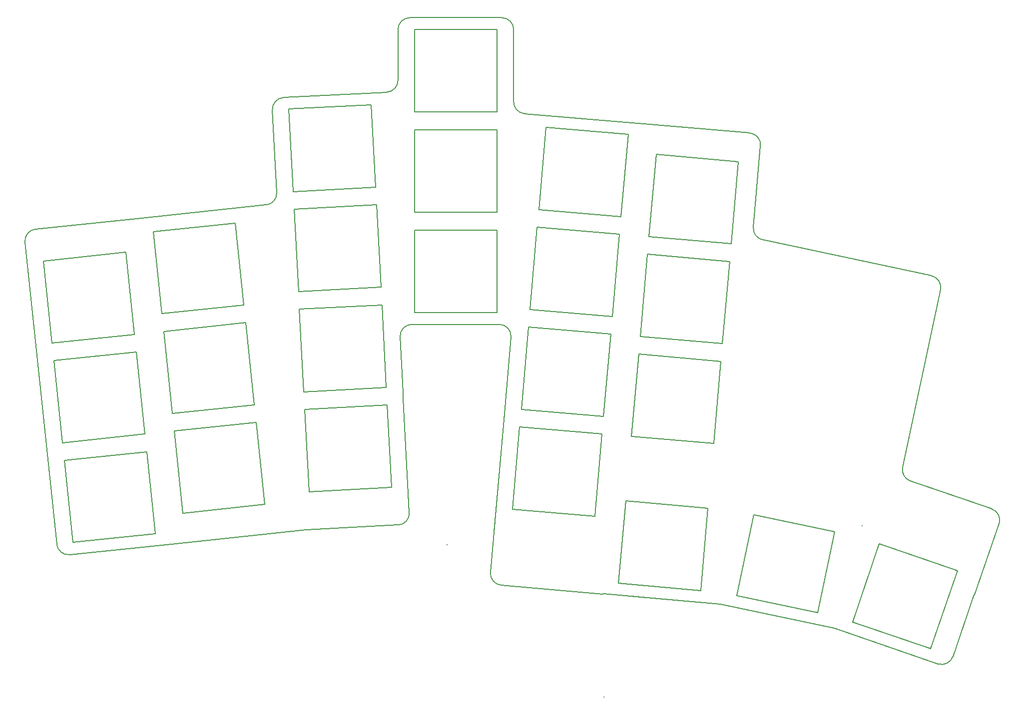
<source format=gbr>
%TF.GenerationSoftware,KiCad,Pcbnew,(6.0.7-1)-1*%
%TF.CreationDate,2022-09-15T11:20:25-04:00*%
%TF.ProjectId,skyline_pcb_bottom_plate,736b796c-696e-4655-9f70-63625f626f74,v1.0.0*%
%TF.SameCoordinates,Original*%
%TF.FileFunction,Profile,NP*%
%FSLAX46Y46*%
G04 Gerber Fmt 4.6, Leading zero omitted, Abs format (unit mm)*
G04 Created by KiCad (PCBNEW (6.0.7-1)-1) date 2022-09-15 11:20:25*
%MOMM*%
%LPD*%
G01*
G04 APERTURE LIST*
%TA.AperFunction,Profile*%
%ADD10C,0.200000*%
%TD*%
G04 APERTURE END LIST*
D10*
X168646125Y-198580516D02*
G75*
G03*
X170538710Y-196478552I-104625J1997216D01*
G01*
X192480673Y-145094852D02*
X206427398Y-146315032D01*
X170973490Y-164559990D02*
G75*
G03*
X168976231Y-166664672I10J-2000010D01*
G01*
X171420000Y-128560000D02*
X185420000Y-128560000D01*
X128904740Y-165740941D02*
X130368139Y-179664248D01*
X185420000Y-131560000D02*
X171420000Y-131560000D01*
X254160881Y-188808673D02*
G75*
G03*
X255466006Y-191115526I1956119J-415927D01*
G01*
X152641745Y-175987124D02*
X166622558Y-175254420D01*
X247255491Y-198685507D02*
X247265467Y-198656537D01*
X107174901Y-148417422D02*
G75*
G03*
X105394915Y-150615529I209099J-1989078D01*
G01*
X184287708Y-206614890D02*
G75*
G03*
X186105749Y-208781588I1992392J-174310D01*
G01*
X168976231Y-166664672D02*
X169471057Y-176106509D01*
X228857303Y-148098602D02*
X230066317Y-134279501D01*
X150862322Y-142033720D02*
X164843136Y-141301016D01*
X185420000Y-145560000D02*
X185420000Y-131560000D01*
X164843136Y-141301016D02*
X164110432Y-127320203D01*
X144291445Y-178200849D02*
X142828047Y-164277543D01*
X171420000Y-114560000D02*
X171420000Y-128560000D01*
X230066303Y-134279500D02*
G75*
G03*
X228248239Y-132112800I-1992403J174300D01*
G01*
X153171171Y-199391489D02*
G75*
G03*
X153066786Y-199399706I104429J-1993711D01*
G01*
X166724672Y-125180454D02*
G75*
G03*
X168620000Y-123183193I-104772J1997354D01*
G01*
X210312377Y-130593806D02*
X210316735Y-130543997D01*
X186553721Y-180713825D02*
X186640876Y-179717630D01*
X141051063Y-147370671D02*
X127127756Y-148834069D01*
X222134693Y-184780385D02*
X223354873Y-170833659D01*
X170620000Y-112560000D02*
G75*
G03*
X168620000Y-114560000I-100J-1999900D01*
G01*
X245649347Y-215021993D02*
X258886607Y-219579947D01*
X184891711Y-199710684D02*
X186553721Y-180713825D01*
X188220000Y-114560000D02*
G75*
G03*
X186220000Y-112560000I-2000000J0D01*
G01*
X210316735Y-130543997D02*
X228248239Y-132112800D01*
X170620000Y-112560000D02*
G75*
G03*
X168620000Y-114560000I-100J-1999900D01*
G01*
X111785808Y-184633854D02*
X125709115Y-183170456D01*
X152798753Y-178983012D02*
X153531456Y-192963826D01*
X130368139Y-179664248D02*
X144291445Y-178200849D01*
X260126486Y-222122183D02*
G75*
G03*
X262668681Y-220882220I651114J1891083D01*
G01*
X223354873Y-170833659D02*
X209408148Y-169613479D01*
X108545426Y-153803676D02*
X110008824Y-167726982D01*
X230066303Y-134279500D02*
G75*
G03*
X228248239Y-132112800I-1992403J174300D01*
G01*
X193700853Y-131148126D02*
X192480673Y-145094852D01*
X132145123Y-196571120D02*
X146068429Y-195107722D01*
X153531456Y-192963826D02*
X167512269Y-192231122D01*
X107174901Y-148417428D02*
X124380130Y-146609085D01*
X223267629Y-211988860D02*
X223266426Y-212002611D01*
X165000143Y-144296905D02*
X151019330Y-145029608D01*
X110008824Y-167726982D02*
X123932131Y-166263584D01*
X188219988Y-126828311D02*
G75*
G03*
X190045688Y-128820701I2000012J11D01*
G01*
X149226045Y-126097556D02*
G75*
G03*
X147333456Y-128199447I104655J-1997244D01*
G01*
X127127756Y-148834069D02*
X128591155Y-162757376D01*
X153171171Y-199391491D02*
X168646123Y-198580483D01*
X176896640Y-201853704D02*
X176899386Y-201906103D01*
X113562792Y-201540727D02*
X127486099Y-200077328D01*
X188220000Y-126828311D02*
X188220000Y-114560000D01*
X128591155Y-162757376D02*
X142514461Y-161293977D01*
X212371443Y-135742859D02*
X211151262Y-149689585D01*
X170973490Y-164560000D02*
X185784380Y-164560000D01*
X170620000Y-112560000D02*
X186220000Y-112560000D01*
X185420000Y-128560000D02*
X185420000Y-114560000D01*
X150129619Y-128052906D02*
X150862322Y-142033720D01*
X165732847Y-158277718D02*
X165000143Y-144296905D01*
X224836521Y-153898350D02*
X210889795Y-152678169D01*
X203342532Y-210259496D02*
X203339918Y-210289382D01*
X147333456Y-128199447D02*
X148067908Y-142213631D01*
X170620000Y-112560000D02*
X186220000Y-112560000D01*
X185420000Y-148560000D02*
X171420000Y-148560000D01*
X112099393Y-187617420D02*
X113562792Y-201540727D01*
X209669615Y-166624895D02*
X223616341Y-167845075D01*
X166779566Y-178250309D02*
X152798753Y-178983012D01*
X190999025Y-162030162D02*
X204945751Y-163250342D01*
X266282488Y-210386963D02*
X266377039Y-210419520D01*
X254160848Y-188808666D02*
X260565211Y-158678504D01*
X186640876Y-179717630D02*
X187776770Y-166734311D01*
X169523393Y-177105139D02*
X170538710Y-196478552D01*
X207229254Y-194518347D02*
X206009074Y-208465072D01*
X112976231Y-203613393D02*
X130181460Y-201805051D01*
X219955799Y-209685253D02*
X221175980Y-195738527D01*
X210889795Y-152678169D02*
X209669615Y-166624895D01*
X186105749Y-208781588D02*
X203339918Y-210289382D01*
X142514461Y-161293977D02*
X141051063Y-147370671D01*
X203342532Y-210259496D02*
X223266426Y-212002611D01*
X110778115Y-201833408D02*
G75*
G03*
X112976231Y-203613393I1989085J209108D01*
G01*
X206427398Y-146315032D02*
X207647579Y-132368306D01*
X142828047Y-164277543D02*
X128904740Y-165740941D01*
X170973490Y-164559990D02*
G75*
G03*
X168976231Y-166664672I10J-2000010D01*
G01*
X105394915Y-150615529D02*
X110778131Y-201833406D01*
X258886607Y-219579947D02*
X263444561Y-206342687D01*
X125709115Y-183170456D02*
X124245716Y-169247149D01*
X260565181Y-158678498D02*
G75*
G03*
X259024739Y-156306385I-1956181J415898D01*
G01*
X124380131Y-146609085D02*
X146279706Y-144307347D01*
X207647579Y-132368306D02*
X193700853Y-131148126D01*
X167512269Y-192231122D02*
X166779566Y-178250309D01*
X239723796Y-213442045D02*
X242634559Y-199747978D01*
X168976231Y-166664672D02*
X169471057Y-176106509D01*
X105394915Y-150615529D02*
X110778131Y-201833406D01*
X230066317Y-134279501D02*
X229194760Y-144241448D01*
X147333456Y-128199447D02*
X148067908Y-142213631D01*
X130181460Y-201805051D02*
X153066786Y-199399706D01*
X210316735Y-130543997D02*
X228248239Y-132112800D01*
X168620000Y-123183193D02*
X168620000Y-114560000D01*
X223616341Y-167845075D02*
X224836521Y-153898350D01*
X189255910Y-181954055D02*
X188035730Y-195900781D01*
X169523393Y-177105139D02*
X170538710Y-196478552D01*
X146068429Y-195107722D02*
X144605031Y-181184415D01*
X123932131Y-166263584D02*
X122468732Y-152340277D01*
X269271854Y-195869261D02*
X255466006Y-191115526D01*
X262668681Y-220882220D02*
X266282488Y-210386963D01*
X110322410Y-170710548D02*
X111785808Y-184633854D01*
X250207301Y-201784733D02*
X245649347Y-215021993D01*
X171420000Y-148560000D02*
X171420000Y-162560000D01*
X110778115Y-201833408D02*
G75*
G03*
X112976231Y-203613393I1989085J209108D01*
G01*
X203202636Y-183174236D02*
X189255910Y-181954055D01*
X187776789Y-166734313D02*
G75*
G03*
X185784380Y-164560000I-1992389J174313D01*
G01*
X210312377Y-130593806D02*
X210316735Y-130543997D01*
X188220080Y-126828311D02*
G75*
G03*
X190045688Y-128820701I2000020J11D01*
G01*
X186640876Y-179717630D02*
X187776770Y-166734311D01*
X149226043Y-126097516D02*
X166724672Y-125180452D01*
X203511948Y-227706968D02*
G75*
G03*
X203505492Y-227813288I1992152J-174332D01*
G01*
X242797790Y-216155364D02*
G75*
G03*
X242562477Y-216090106I-651390J-1891936D01*
G01*
X185420000Y-162560000D02*
X185420000Y-148560000D01*
X230433869Y-150229208D02*
X259024739Y-156306385D01*
X146279710Y-144307387D02*
G75*
G03*
X148067908Y-142213632I-209110J1989087D01*
G01*
X130181460Y-201805051D02*
X153066786Y-199399706D01*
X209408148Y-169613479D02*
X208187967Y-183560205D01*
X166724672Y-125180454D02*
G75*
G03*
X168620000Y-123183193I-104772J1997354D01*
G01*
X144605031Y-181184415D02*
X130681724Y-182647813D01*
X124380131Y-146609085D02*
X146279706Y-144307347D01*
X207017909Y-210581050D02*
X223266426Y-212002611D01*
X165889855Y-161273607D02*
X151909041Y-162006310D01*
X184287671Y-206614887D02*
X186553721Y-180713825D01*
X168646125Y-198580516D02*
G75*
G03*
X170538710Y-196478552I-104625J1997216D01*
G01*
X153171171Y-199391491D02*
X168646123Y-198580483D01*
X107174901Y-148417428D02*
X124380130Y-146609085D01*
X211151262Y-149689585D02*
X225097988Y-150909766D01*
X187776798Y-166734313D02*
G75*
G03*
X185784380Y-164560000I-1992498J174213D01*
G01*
X124245716Y-169247149D02*
X110322410Y-170710548D01*
X164110432Y-127320203D02*
X150129619Y-128052906D01*
X242634559Y-199747978D02*
X228940493Y-196837215D01*
X171420000Y-131560000D02*
X171420000Y-145560000D01*
X153171171Y-199391490D02*
G75*
G03*
X153066786Y-199399706I104629J-1996510D01*
G01*
X221175980Y-195738527D02*
X207229254Y-194518347D01*
X149226043Y-126097516D02*
X166724672Y-125180452D01*
X185420000Y-114560000D02*
X171420000Y-114560000D01*
X225097988Y-150909766D02*
X226318169Y-136963040D01*
X270511688Y-198411411D02*
G75*
G03*
X269271854Y-195869261I-1891088J651111D01*
G01*
X122468732Y-152340277D02*
X108545426Y-153803676D01*
X203464103Y-180185652D02*
X204684284Y-166238926D01*
X146279710Y-144307387D02*
G75*
G03*
X148067908Y-142213632I-209110J1989087D01*
G01*
X190045688Y-128820701D02*
X210312377Y-130593806D01*
X226318169Y-136963040D02*
X212371443Y-135742859D01*
X206165931Y-149303616D02*
X192219206Y-148083436D01*
X223267629Y-211988860D02*
X242562477Y-216090106D01*
X151909041Y-162006310D02*
X152641745Y-175987124D01*
X242797790Y-216155365D02*
X260126507Y-222122121D01*
X171420000Y-162560000D02*
X185420000Y-162560000D01*
X242797791Y-216155362D02*
G75*
G03*
X242562477Y-216090106I-651091J-1890938D01*
G01*
X169471057Y-176106509D02*
X169523393Y-177105139D01*
X208187967Y-183560205D02*
X222134693Y-184780385D01*
X228857323Y-148098604D02*
G75*
G03*
X230433869Y-150229208I1992277J-174396D01*
G01*
X112976231Y-203613393D02*
X130181460Y-201805051D01*
X260126526Y-222122065D02*
G75*
G03*
X262668681Y-220882220I651074J1891165D01*
G01*
X126022700Y-186154021D02*
X112099393Y-187617420D01*
X166622558Y-175254420D02*
X165889855Y-161273607D01*
X186553721Y-180713825D02*
X186640876Y-179717630D01*
X169471057Y-176106509D02*
X169523393Y-177105139D01*
X228940493Y-196837215D02*
X226029729Y-210531281D01*
X188220000Y-126828311D02*
X188220000Y-114560000D01*
X171420000Y-145560000D02*
X185420000Y-145560000D01*
X168620000Y-123183193D02*
X168620000Y-114560000D01*
X201982455Y-197120962D02*
X203202636Y-183174236D01*
X226029729Y-210531281D02*
X239723796Y-213442045D01*
X130681724Y-182647813D02*
X132145123Y-196571120D01*
X192219206Y-148083436D02*
X190999025Y-162030162D01*
X127486099Y-200077328D02*
X126022700Y-186154021D01*
X223267629Y-211988860D02*
X223266426Y-212002611D01*
X190045688Y-128820701D02*
X210312377Y-130593806D01*
X151019330Y-145029608D02*
X151752033Y-159010422D01*
X107174901Y-148417422D02*
G75*
G03*
X105394915Y-150615529I209099J-1989078D01*
G01*
X206009074Y-208465072D02*
X219955799Y-209685253D01*
X189517377Y-178965471D02*
X203464103Y-180185652D01*
X151752033Y-159010422D02*
X165732847Y-158277718D01*
X188220000Y-114560000D02*
G75*
G03*
X186220000Y-112560000I-1999900J100D01*
G01*
X204945751Y-163250342D02*
X206165931Y-149303616D01*
X188035730Y-195900781D02*
X201982455Y-197120962D01*
X204684284Y-166238926D02*
X190737558Y-165018746D01*
X170973490Y-164560000D02*
X185784380Y-164560000D01*
X149226045Y-126097556D02*
G75*
G03*
X147333456Y-128199447I104655J-1997244D01*
G01*
X266377039Y-210419520D02*
X270511755Y-198411434D01*
X263444561Y-206342687D02*
X250207301Y-201784733D01*
X190737558Y-165018746D02*
X189517377Y-178965471D01*
M02*

</source>
